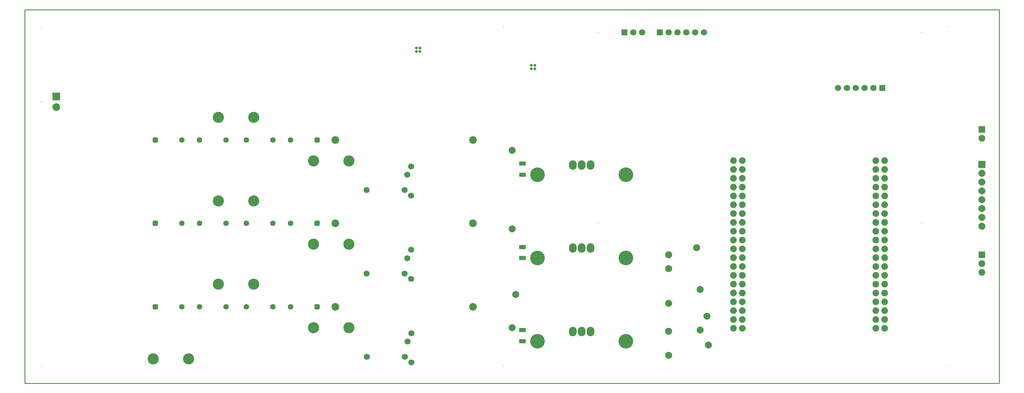
<source format=gbs>
G04 Layer_Color=16711935*
%FSLAX43Y43*%
%MOMM*%
G71*
G01*
G75*
%ADD38C,0.254*%
%ADD88R,1.903X1.203*%
%ADD95O,2.203X2.703*%
%ADD96C,2.203*%
%ADD97C,3.203*%
%ADD98C,1.803*%
%ADD99R,1.803X1.803*%
%ADD100C,1.727*%
%ADD103C,1.903*%
%ADD104C,1.953*%
%ADD105R,1.953X1.953*%
%ADD106C,4.203*%
%ADD107R,0.203X0.203*%
%ADD108R,2.203X2.203*%
%ADD109C,2.003*%
%ADD110R,2.003X2.003*%
%ADD111C,1.603*%
G04:AMPARAMS|DCode=112|XSize=1.603mm|YSize=1.603mm|CornerRadius=0.452mm|HoleSize=0mm|Usage=FLASHONLY|Rotation=180.000|XOffset=0mm|YOffset=0mm|HoleType=Round|Shape=RoundedRectangle|*
%AMROUNDEDRECTD112*
21,1,1.603,0.700,0,0,180.0*
21,1,0.700,1.603,0,0,180.0*
1,1,0.903,-0.350,0.350*
1,1,0.903,0.350,0.350*
1,1,0.903,0.350,-0.350*
1,1,0.903,-0.350,-0.350*
%
%ADD112ROUNDEDRECTD112*%
%ADD113C,0.803*%
%ADD114C,0.203*%
D38*
X0Y0D02*
X280000D01*
Y107500D01*
X0D02*
X280000D01*
X0Y0D02*
Y107500D01*
D88*
X143000Y60000D02*
D03*
Y63200D02*
D03*
Y36000D02*
D03*
Y39200D02*
D03*
Y12100D02*
D03*
Y15300D02*
D03*
D95*
X162550Y14900D02*
D03*
X160000D02*
D03*
X157450D02*
D03*
X162550Y62800D02*
D03*
X160000D02*
D03*
X157450D02*
D03*
Y38900D02*
D03*
X160000D02*
D03*
X162550D02*
D03*
D96*
X89250Y22000D02*
D03*
X128750D02*
D03*
X9000Y79500D02*
D03*
X89250Y70000D02*
D03*
X128750D02*
D03*
X89250Y46000D02*
D03*
X128750D02*
D03*
D97*
X65780Y76500D02*
D03*
X55620D02*
D03*
X47080Y7000D02*
D03*
X36920D02*
D03*
X82920Y16000D02*
D03*
X93080D02*
D03*
Y40000D02*
D03*
X82920D02*
D03*
X93080Y64000D02*
D03*
X82920D02*
D03*
X65780Y28500D02*
D03*
X55620D02*
D03*
X65780Y52500D02*
D03*
X55620D02*
D03*
D98*
X233650Y85000D02*
D03*
X238730D02*
D03*
X243810D02*
D03*
X241270D02*
D03*
X236190D02*
D03*
X174790Y101000D02*
D03*
X177330D02*
D03*
X192570Y101000D02*
D03*
X187490D02*
D03*
X184950D02*
D03*
X190030D02*
D03*
X195110D02*
D03*
D99*
X246350Y85000D02*
D03*
X172250Y101000D02*
D03*
X182410Y101000D02*
D03*
D100*
X111100Y14380D02*
D03*
X109220Y7570D02*
D03*
X98300D02*
D03*
X109980Y11970D02*
D03*
X111100Y6000D02*
D03*
X111000Y62380D02*
D03*
X109120Y55570D02*
D03*
X98200D02*
D03*
X109880Y59970D02*
D03*
X111000Y54000D02*
D03*
X98200Y31570D02*
D03*
X111000Y30000D02*
D03*
X109120Y31570D02*
D03*
X109880Y35970D02*
D03*
X111000Y38380D02*
D03*
D103*
X203560Y64100D02*
D03*
Y61560D02*
D03*
Y59020D02*
D03*
Y56480D02*
D03*
Y53940D02*
D03*
Y51400D02*
D03*
Y48860D02*
D03*
Y46320D02*
D03*
Y43780D02*
D03*
Y41240D02*
D03*
Y38700D02*
D03*
Y36160D02*
D03*
Y33620D02*
D03*
Y31080D02*
D03*
Y28540D02*
D03*
Y26000D02*
D03*
Y23460D02*
D03*
Y20920D02*
D03*
Y18380D02*
D03*
Y15840D02*
D03*
X206100Y64100D02*
D03*
Y61560D02*
D03*
Y59020D02*
D03*
Y56480D02*
D03*
Y53940D02*
D03*
Y51400D02*
D03*
Y48860D02*
D03*
Y46320D02*
D03*
Y43780D02*
D03*
Y41240D02*
D03*
Y38700D02*
D03*
Y36160D02*
D03*
Y33620D02*
D03*
Y31080D02*
D03*
Y28540D02*
D03*
Y26000D02*
D03*
Y23460D02*
D03*
Y20920D02*
D03*
Y18380D02*
D03*
Y15840D02*
D03*
X247000D02*
D03*
Y18380D02*
D03*
Y20920D02*
D03*
Y23460D02*
D03*
Y26000D02*
D03*
Y28540D02*
D03*
Y31080D02*
D03*
Y33620D02*
D03*
Y36160D02*
D03*
Y38700D02*
D03*
Y41240D02*
D03*
Y43780D02*
D03*
Y46320D02*
D03*
Y48860D02*
D03*
Y51400D02*
D03*
Y53940D02*
D03*
Y56480D02*
D03*
Y59020D02*
D03*
Y61560D02*
D03*
Y64100D02*
D03*
X244460Y15840D02*
D03*
Y18380D02*
D03*
Y20920D02*
D03*
Y23460D02*
D03*
Y26000D02*
D03*
Y28540D02*
D03*
Y31080D02*
D03*
Y33620D02*
D03*
Y36160D02*
D03*
Y38700D02*
D03*
Y41240D02*
D03*
Y43780D02*
D03*
Y46320D02*
D03*
Y48860D02*
D03*
Y51400D02*
D03*
Y53940D02*
D03*
Y56480D02*
D03*
Y59020D02*
D03*
Y61560D02*
D03*
Y64100D02*
D03*
D104*
X275000Y31920D02*
D03*
Y34460D02*
D03*
Y70460D02*
D03*
D105*
Y37000D02*
D03*
Y73000D02*
D03*
D106*
X172700Y60000D02*
D03*
X147300D02*
D03*
X172700Y12100D02*
D03*
X147300D02*
D03*
X172700Y36000D02*
D03*
X147300D02*
D03*
D107*
X4680Y81000D02*
D03*
D108*
X9000Y82500D02*
D03*
D109*
X194000Y15300D02*
D03*
X141000Y25500D02*
D03*
X194000Y27000D02*
D03*
X140000Y67000D02*
D03*
X193000Y39000D02*
D03*
X140000Y44400D02*
D03*
X185000Y33000D02*
D03*
X140000Y16000D02*
D03*
X185000Y37000D02*
D03*
Y8000D02*
D03*
X196400Y11000D02*
D03*
X185000Y23000D02*
D03*
X196000Y19300D02*
D03*
X185000Y15000D02*
D03*
X275000Y45220D02*
D03*
Y47760D02*
D03*
Y50300D02*
D03*
Y52840D02*
D03*
Y55380D02*
D03*
Y57920D02*
D03*
Y60460D02*
D03*
D110*
Y63000D02*
D03*
D111*
X63680Y22000D02*
D03*
X71300D02*
D03*
X76380D02*
D03*
X45120Y70000D02*
D03*
X50200D02*
D03*
X57820D02*
D03*
X63680Y70000D02*
D03*
X71300D02*
D03*
X76380D02*
D03*
X45120Y46000D02*
D03*
X50200D02*
D03*
X57820D02*
D03*
X63680Y46000D02*
D03*
X71300D02*
D03*
X76380D02*
D03*
X45120Y22000D02*
D03*
X50200D02*
D03*
X57820D02*
D03*
D112*
X84000Y22000D02*
D03*
X37500Y70000D02*
D03*
X84000Y70000D02*
D03*
X37500Y46000D02*
D03*
X84000Y46000D02*
D03*
X37500Y22000D02*
D03*
D113*
X145500Y91500D02*
D03*
X146500D02*
D03*
X145500Y90500D02*
D03*
X146500D02*
D03*
X113500Y95500D02*
D03*
X112500D02*
D03*
X113500Y96500D02*
D03*
X112500D02*
D03*
D114*
X5000Y5000D02*
D03*
X164750Y46000D02*
D03*
X5000Y102500D02*
D03*
X137500D02*
D03*
X265000D02*
D03*
Y5000D02*
D03*
X137500Y5000D02*
D03*
X164750Y101000D02*
D03*
X257750D02*
D03*
X257770Y46000D02*
D03*
M02*

</source>
